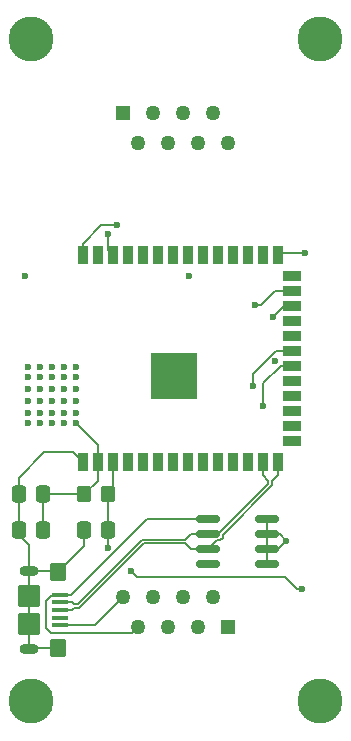
<source format=gtl>
%TF.GenerationSoftware,KiCad,Pcbnew,8.0.1-8.0.1-1~ubuntu22.04.1*%
%TF.CreationDate,2024-04-18T01:12:43-04:00*%
%TF.ProjectId,esp32_rover_devkit,65737033-325f-4726-9f76-65725f646576,rev?*%
%TF.SameCoordinates,Original*%
%TF.FileFunction,Copper,L1,Top*%
%TF.FilePolarity,Positive*%
%FSLAX46Y46*%
G04 Gerber Fmt 4.6, Leading zero omitted, Abs format (unit mm)*
G04 Created by KiCad (PCBNEW 8.0.1-8.0.1-1~ubuntu22.04.1) date 2024-04-18 01:12:43*
%MOMM*%
%LPD*%
G01*
G04 APERTURE LIST*
G04 Aperture macros list*
%AMRoundRect*
0 Rectangle with rounded corners*
0 $1 Rounding radius*
0 $2 $3 $4 $5 $6 $7 $8 $9 X,Y pos of 4 corners*
0 Add a 4 corners polygon primitive as box body*
4,1,4,$2,$3,$4,$5,$6,$7,$8,$9,$2,$3,0*
0 Add four circle primitives for the rounded corners*
1,1,$1+$1,$2,$3*
1,1,$1+$1,$4,$5*
1,1,$1+$1,$6,$7*
1,1,$1+$1,$8,$9*
0 Add four rect primitives between the rounded corners*
20,1,$1+$1,$2,$3,$4,$5,0*
20,1,$1+$1,$4,$5,$6,$7,0*
20,1,$1+$1,$6,$7,$8,$9,0*
20,1,$1+$1,$8,$9,$2,$3,0*%
G04 Aperture macros list end*
%TA.AperFunction,ComponentPad*%
%ADD10C,2.600000*%
%TD*%
%TA.AperFunction,ConnectorPad*%
%ADD11C,3.800000*%
%TD*%
%TA.AperFunction,SMDPad,CuDef*%
%ADD12RoundRect,0.250000X0.337500X0.475000X-0.337500X0.475000X-0.337500X-0.475000X0.337500X-0.475000X0*%
%TD*%
%TA.AperFunction,SMDPad,CuDef*%
%ADD13RoundRect,0.150000X-0.825000X-0.150000X0.825000X-0.150000X0.825000X0.150000X-0.825000X0.150000X0*%
%TD*%
%TA.AperFunction,SMDPad,CuDef*%
%ADD14RoundRect,0.250000X-0.350000X-0.450000X0.350000X-0.450000X0.350000X0.450000X-0.350000X0.450000X0*%
%TD*%
%TA.AperFunction,SMDPad,CuDef*%
%ADD15R,0.900000X1.500000*%
%TD*%
%TA.AperFunction,SMDPad,CuDef*%
%ADD16R,1.500000X0.900000*%
%TD*%
%TA.AperFunction,SMDPad,CuDef*%
%ADD17R,3.900000X3.900000*%
%TD*%
%TA.AperFunction,SMDPad,CuDef*%
%ADD18RoundRect,0.100000X-0.575000X0.100000X-0.575000X-0.100000X0.575000X-0.100000X0.575000X0.100000X0*%
%TD*%
%TA.AperFunction,ComponentPad*%
%ADD19O,1.600000X0.900000*%
%TD*%
%TA.AperFunction,SMDPad,CuDef*%
%ADD20RoundRect,0.250000X-0.450000X0.550000X-0.450000X-0.550000X0.450000X-0.550000X0.450000X0.550000X0*%
%TD*%
%TA.AperFunction,SMDPad,CuDef*%
%ADD21RoundRect,0.250000X-0.700000X0.700000X-0.700000X-0.700000X0.700000X-0.700000X0.700000X0.700000X0*%
%TD*%
%TA.AperFunction,ComponentPad*%
%ADD22R,1.268000X1.268000*%
%TD*%
%TA.AperFunction,ComponentPad*%
%ADD23C,1.268000*%
%TD*%
%TA.AperFunction,ViaPad*%
%ADD24C,0.600000*%
%TD*%
%TA.AperFunction,Conductor*%
%ADD25C,0.200000*%
%TD*%
%TA.AperFunction,Conductor*%
%ADD26C,0.155814*%
%TD*%
G04 APERTURE END LIST*
D10*
%TO.P,H2,1,1*%
%TO.N,GND*%
X46000000Y-23000000D03*
D11*
X46000000Y-23000000D03*
%TD*%
D10*
%TO.P,H4,1,1*%
%TO.N,GND*%
X46000000Y-79000000D03*
D11*
X46000000Y-79000000D03*
%TD*%
D12*
%TO.P,C2,1*%
%TO.N,+3.3V*%
X22537500Y-61500000D03*
%TO.P,C2,2*%
%TO.N,GND*%
X20462500Y-61500000D03*
%TD*%
%TO.P,C3,1*%
%TO.N,EN_PB*%
X28037500Y-64500000D03*
%TO.P,C3,2*%
%TO.N,GND*%
X25962500Y-64500000D03*
%TD*%
D13*
%TO.P,U5,1*%
%TO.N,+5V*%
X36525000Y-63595000D03*
%TO.P,U5,2*%
%TO.N,USB_N*%
X36525000Y-64865000D03*
%TO.P,U5,3*%
%TO.N,USB_P*%
X36525000Y-66135000D03*
%TO.P,U5,4*%
%TO.N,unconnected-(U5-Pad4)*%
X36525000Y-67405000D03*
%TO.P,U5,5*%
%TO.N,GND*%
X41475000Y-67405000D03*
%TO.P,U5,6*%
X41475000Y-66135000D03*
%TO.P,U5,7*%
X41475000Y-64865000D03*
%TO.P,U5,8*%
X41475000Y-63595000D03*
%TD*%
D12*
%TO.P,C1,1*%
%TO.N,+3.3V*%
X22537500Y-64500000D03*
%TO.P,C1,2*%
%TO.N,GND*%
X20462500Y-64500000D03*
%TD*%
D14*
%TO.P,R1,1*%
%TO.N,+3.3V*%
X26000000Y-61500000D03*
%TO.P,R1,2*%
%TO.N,EN_PB*%
X28000000Y-61500000D03*
%TD*%
D15*
%TO.P,U1,1,GND*%
%TO.N,GND*%
X25880000Y-58750000D03*
%TO.P,U1,2,3V3*%
%TO.N,+3.3V*%
X27150000Y-58750000D03*
%TO.P,U1,3,EN*%
%TO.N,EN_PB*%
X28420000Y-58750000D03*
%TO.P,U1,4,IO4*%
%TO.N,unconnected-(U1-IO4-Pad4)*%
X29690000Y-58750000D03*
%TO.P,U1,5,IO5*%
%TO.N,unconnected-(U1-IO5-Pad5)*%
X30960000Y-58750000D03*
%TO.P,U1,6,IO6*%
%TO.N,unconnected-(U1-IO6-Pad6)*%
X32230000Y-58750000D03*
%TO.P,U1,7,IO7*%
%TO.N,unconnected-(U1-IO7-Pad7)*%
X33500000Y-58750000D03*
%TO.P,U1,8,IO15*%
%TO.N,unconnected-(U1-IO15-Pad8)*%
X34770000Y-58750000D03*
%TO.P,U1,9,IO16*%
%TO.N,unconnected-(U1-IO16-Pad9)*%
X36040000Y-58750000D03*
%TO.P,U1,10,IO17*%
%TO.N,unconnected-(U1-IO17-Pad10)*%
X37310000Y-58750000D03*
%TO.P,U1,11,IO18*%
%TO.N,unconnected-(U1-IO18-Pad11)*%
X38580000Y-58750000D03*
%TO.P,U1,12,IO8*%
%TO.N,unconnected-(U1-IO8-Pad12)*%
X39850000Y-58750000D03*
%TO.P,U1,13,IO19*%
%TO.N,USB_N*%
X41120000Y-58750000D03*
%TO.P,U1,14,IO20*%
%TO.N,USB_P*%
X42390000Y-58750000D03*
D16*
%TO.P,U1,15,IO3*%
%TO.N,unconnected-(U1-IO3-Pad15)*%
X43640000Y-56985000D03*
%TO.P,U1,16,IO46*%
%TO.N,unconnected-(U1-IO46-Pad16)*%
X43640000Y-55715000D03*
%TO.P,U1,17,IO9*%
%TO.N,SDA*%
X43640000Y-54445000D03*
%TO.P,U1,18,IO10*%
%TO.N,unconnected-(U1-IO10-Pad18)*%
X43640000Y-53175000D03*
%TO.P,U1,19,IO11*%
%TO.N,unconnected-(U1-IO11-Pad19)*%
X43640000Y-51905000D03*
%TO.P,U1,20,IO12*%
%TO.N,RX1*%
X43640000Y-50635000D03*
%TO.P,U1,21,IO13*%
%TO.N,TX1*%
X43640000Y-49365000D03*
%TO.P,U1,22,IO14*%
%TO.N,unconnected-(U1-IO14-Pad22)*%
X43640000Y-48095000D03*
%TO.P,U1,23,IO21*%
%TO.N,SCL*%
X43640000Y-46825000D03*
%TO.P,U1,24,IO47*%
%TO.N,RXC*%
X43640000Y-45555000D03*
%TO.P,U1,25,IO48*%
%TO.N,TXC*%
X43640000Y-44285000D03*
%TO.P,U1,26,IO45*%
%TO.N,unconnected-(U1-IO45-Pad26)*%
X43640000Y-43015000D03*
D15*
%TO.P,U1,27,IO0*%
%TO.N,GPIO_0*%
X42390000Y-41250000D03*
%TO.P,U1,28,IO35*%
%TO.N,unconnected-(U1-IO35-Pad28)*%
X41120000Y-41250000D03*
%TO.P,U1,29,IO36*%
%TO.N,unconnected-(U1-IO36-Pad29)*%
X39850000Y-41250000D03*
%TO.P,U1,30,IO37*%
%TO.N,unconnected-(U1-IO37-Pad30)*%
X38580000Y-41250000D03*
%TO.P,U1,31,IO38*%
%TO.N,unconnected-(U1-IO38-Pad31)*%
X37310000Y-41250000D03*
%TO.P,U1,32,IO39*%
%TO.N,unconnected-(U1-IO39-Pad32)*%
X36040000Y-41250000D03*
%TO.P,U1,33,IO40*%
%TO.N,unconnected-(U1-IO40-Pad33)*%
X34770000Y-41250000D03*
%TO.P,U1,34,IO41*%
%TO.N,unconnected-(U1-IO41-Pad34)*%
X33500000Y-41250000D03*
%TO.P,U1,35,IO42*%
%TO.N,unconnected-(U1-IO42-Pad35)*%
X32230000Y-41250000D03*
%TO.P,U1,36,RXD0*%
%TO.N,unconnected-(U1-RXD0-Pad36)*%
X30960000Y-41250000D03*
%TO.P,U1,37,TXD0*%
%TO.N,unconnected-(U1-TXD0-Pad37)*%
X29690000Y-41250000D03*
%TO.P,U1,38,IO2*%
%TO.N,LED_BUILDIN*%
X28420000Y-41250000D03*
%TO.P,U1,39,IO1*%
%TO.N,unconnected-(U1-IO1-Pad39)*%
X27150000Y-41250000D03*
%TO.P,U1,40,GND*%
%TO.N,GND*%
X25880000Y-41250000D03*
D17*
%TO.P,U1,41,GND*%
X33600000Y-51500000D03*
%TD*%
D10*
%TO.P,H3,1,1*%
%TO.N,GND*%
X21500000Y-79000000D03*
D11*
X21500000Y-79000000D03*
%TD*%
D10*
%TO.P,H1,1,1*%
%TO.N,GND*%
X21500000Y-23000000D03*
D11*
X21500000Y-23000000D03*
%TD*%
D18*
%TO.P,J1,1,VBUS*%
%TO.N,+5V*%
X24000000Y-70000000D03*
%TO.P,J1,2,D-*%
%TO.N,USB_N*%
X24000000Y-70650000D03*
%TO.P,J1,3,D+*%
%TO.N,USB_P*%
X24000000Y-71300000D03*
%TO.P,J1,4,ID*%
%TO.N,unconnected-(J1-ID-Pad4)*%
X24000000Y-71950000D03*
%TO.P,J1,5,GND*%
%TO.N,GND*%
X24000000Y-72600000D03*
D19*
%TO.P,J1,6,Shield*%
X21325000Y-68000000D03*
D20*
X23775000Y-68100000D03*
D21*
X21325000Y-70100000D03*
X21325000Y-72500000D03*
D20*
X23775000Y-74500000D03*
D19*
X21325000Y-74600000D03*
%TD*%
D22*
%TO.P,J3,1*%
%TO.N,CANH*%
X38229000Y-72770000D03*
D23*
%TO.P,J3,2*%
%TO.N,CANL*%
X36959000Y-70230000D03*
%TO.P,J3,3*%
%TO.N,unconnected-(J3-Pad3)*%
X35689000Y-72770000D03*
%TO.P,J3,4*%
%TO.N,unconnected-(J3-Pad4)*%
X34419000Y-70230000D03*
%TO.P,J3,5*%
%TO.N,unconnected-(J3-Pad5)*%
X33149000Y-72770000D03*
%TO.P,J3,6*%
%TO.N,unconnected-(J3-Pad6)*%
X31879000Y-70230000D03*
%TO.P,J3,7*%
%TO.N,+5V*%
X30609000Y-72770000D03*
%TO.P,J3,8*%
%TO.N,GND*%
X29339000Y-70230000D03*
%TD*%
D22*
%TO.P,J2,1*%
%TO.N,CANH*%
X29339000Y-29230000D03*
D23*
%TO.P,J2,2*%
%TO.N,CANL*%
X30609000Y-31770000D03*
%TO.P,J2,3*%
%TO.N,unconnected-(J2-Pad3)*%
X31879000Y-29230000D03*
%TO.P,J2,4*%
%TO.N,unconnected-(J2-Pad4)*%
X33149000Y-31770000D03*
%TO.P,J2,5*%
%TO.N,unconnected-(J2-Pad5)*%
X34419000Y-29230000D03*
%TO.P,J2,6*%
%TO.N,unconnected-(J2-Pad6)*%
X35689000Y-31770000D03*
%TO.P,J2,7*%
%TO.N,+5V*%
X36959000Y-29230000D03*
%TO.P,J2,8*%
%TO.N,GND*%
X38229000Y-31770000D03*
%TD*%
D24*
%TO.N,GND*%
X34000000Y-52600000D03*
X35000000Y-52600000D03*
X34000000Y-51400000D03*
X33100000Y-51400000D03*
X35000000Y-51400000D03*
X34000000Y-50200000D03*
X35000000Y-50200000D03*
X28800000Y-38700000D03*
%TO.N,TX1*%
X40300000Y-52300000D03*
%TO.N,RX1*%
X41200000Y-54000000D03*
%TO.N,+3.3V*%
X42200000Y-50240000D03*
X21300000Y-55500000D03*
X25300000Y-55500000D03*
X22300000Y-55500000D03*
X23300000Y-55500000D03*
X24300000Y-55500000D03*
X21300000Y-54600000D03*
X25300000Y-54600000D03*
X22300000Y-54600000D03*
X23300000Y-54600000D03*
X24300000Y-54600000D03*
X21300000Y-53600000D03*
X25300000Y-53600000D03*
X22300000Y-53600000D03*
X23300000Y-53600000D03*
X24300000Y-53600000D03*
X21300000Y-52600000D03*
X25300000Y-52600000D03*
X22300000Y-52600000D03*
X23300000Y-52600000D03*
X24300000Y-52600000D03*
X21300000Y-51600000D03*
X25300000Y-51600000D03*
X22300000Y-51600000D03*
X23300000Y-51600000D03*
X24300000Y-51600000D03*
X25300000Y-50700000D03*
X24300000Y-50700000D03*
X23300000Y-50700000D03*
X22300000Y-50700000D03*
X21300000Y-50700000D03*
%TO.N,EN_PB*%
X28037500Y-66037500D03*
%TO.N,GND*%
X34861805Y-43006449D03*
X43122102Y-65429103D03*
%TO.N,+3.3V*%
X21000000Y-43000000D03*
%TO.N,EN_PB*%
X44500000Y-69500000D03*
X30000000Y-68000000D03*
%TO.N,GPIO_0*%
X44700000Y-41100000D03*
%TO.N,LED_BUILDIN*%
X28000000Y-39500000D03*
%TO.N,TXC*%
X40500000Y-45500000D03*
%TO.N,RXC*%
X42000000Y-46500000D03*
%TD*%
D25*
%TO.N,GPIO_0*%
X44700000Y-41100000D02*
X42540000Y-41100000D01*
X42540000Y-41100000D02*
X42390000Y-41250000D01*
%TO.N,+3.3V*%
X27150000Y-58750000D02*
X27150000Y-57350000D01*
X27150000Y-57350000D02*
X25300000Y-55500000D01*
%TO.N,GND*%
X27480000Y-38700000D02*
X28800000Y-38700000D01*
X25880000Y-40300000D02*
X27480000Y-38700000D01*
X25880000Y-41250000D02*
X25880000Y-40300000D01*
%TO.N,TX1*%
X40300000Y-51291471D02*
X40300000Y-52300000D01*
X42226471Y-49365000D02*
X40300000Y-51291471D01*
%TO.N,RX1*%
X41200000Y-52125000D02*
X41200000Y-54000000D01*
X42690000Y-50635000D02*
X41200000Y-52125000D01*
X43640000Y-50635000D02*
X42690000Y-50635000D01*
%TO.N,TX1*%
X43640000Y-49365000D02*
X42226471Y-49365000D01*
%TO.N,GND*%
X42416205Y-66135000D02*
X43122102Y-65429103D01*
X21325000Y-70100000D02*
X21325000Y-68000000D01*
X21325000Y-65825000D02*
X21325000Y-68000000D01*
X26969000Y-72600000D02*
X29339000Y-70230000D01*
X23400000Y-68100000D02*
X23300000Y-68000000D01*
X22640000Y-57950000D02*
X25080000Y-57950000D01*
X25080000Y-57950000D02*
X25880000Y-58750000D01*
X24000000Y-72600000D02*
X26969000Y-72600000D01*
X21425000Y-74500000D02*
X21325000Y-74600000D01*
X23775000Y-74500000D02*
X21425000Y-74500000D01*
X41475000Y-63595000D02*
X41475000Y-64865000D01*
X20462500Y-60127500D02*
X22640000Y-57950000D01*
X23775000Y-68100000D02*
X23400000Y-68100000D01*
X25962500Y-65912500D02*
X23775000Y-68100000D01*
X20462500Y-61500000D02*
X20462500Y-60127500D01*
X41475000Y-64865000D02*
X42557999Y-64865000D01*
X41475000Y-67405000D02*
X41475000Y-66135000D01*
X41475000Y-66135000D02*
X42416205Y-66135000D01*
X41475000Y-66135000D02*
X41475000Y-64865000D01*
X20462500Y-64500000D02*
X20462500Y-64962500D01*
X21325000Y-72500000D02*
X21325000Y-70100000D01*
X20462500Y-64962500D02*
X21325000Y-65825000D01*
X42557999Y-64865000D02*
X43122102Y-65429103D01*
X20462500Y-61500000D02*
X20462500Y-64500000D01*
X25962500Y-64500000D02*
X25962500Y-65912500D01*
X23300000Y-68000000D02*
X21325000Y-68000000D01*
X21325000Y-74600000D02*
X21325000Y-72500000D01*
%TO.N,+3.3V*%
X24500000Y-61500000D02*
X26000000Y-61500000D01*
X26000000Y-61500000D02*
X27150000Y-60350000D01*
X22537500Y-61500000D02*
X24500000Y-61500000D01*
X27150000Y-60350000D02*
X27150000Y-58750000D01*
X22537500Y-64500000D02*
X22537500Y-61500000D01*
%TO.N,EN_PB*%
X28420000Y-61080000D02*
X28420000Y-58750000D01*
X28037500Y-61537500D02*
X28000000Y-61500000D01*
X30500000Y-68500000D02*
X43000000Y-68500000D01*
X30000000Y-68000000D02*
X30500000Y-68500000D01*
X43000000Y-68500000D02*
X44000000Y-69500000D01*
X28037500Y-66037500D02*
X28037500Y-64500000D01*
X28000000Y-61500000D02*
X28420000Y-61080000D01*
X28037500Y-64500000D02*
X28037500Y-61537500D01*
X44000000Y-69500000D02*
X44500000Y-69500000D01*
%TO.N,+5V*%
X24000000Y-70000000D02*
X23325001Y-70000000D01*
X32400000Y-63595000D02*
X32500000Y-63595000D01*
X22752947Y-70572054D02*
X22752947Y-72846980D01*
X31328529Y-63595000D02*
X24923529Y-70000000D01*
X23180465Y-73274498D02*
X30104502Y-73274498D01*
X24923529Y-70000000D02*
X24000000Y-70000000D01*
X32500000Y-63595000D02*
X36525000Y-63595000D01*
X32400000Y-63595000D02*
X31328529Y-63595000D01*
X30104502Y-73274498D02*
X30609000Y-72770000D01*
X23325001Y-70000000D02*
X22752947Y-70572054D01*
X22752947Y-72846980D02*
X23180465Y-73274498D01*
D26*
%TO.N,USB_N*%
X41600893Y-60355894D02*
X41120000Y-59875001D01*
X41600893Y-60623226D02*
X41600893Y-60355894D01*
X35062499Y-64865000D02*
X36525000Y-64865000D01*
X25461165Y-70820893D02*
X30936165Y-65345893D01*
X30936165Y-65345893D02*
X34581606Y-65345893D01*
X25012501Y-70650000D02*
X25183394Y-70820893D01*
X37359119Y-64865000D02*
X41600893Y-60623226D01*
X36525000Y-64865000D02*
X37359119Y-64865000D01*
X41120000Y-59875001D02*
X41120000Y-58750000D01*
X24000000Y-70650000D02*
X25012501Y-70650000D01*
X34581606Y-65345893D02*
X35062499Y-64865000D01*
X25183394Y-70820893D02*
X25461165Y-70820893D01*
%TO.N,USB_P*%
X41909107Y-60750893D02*
X41909107Y-60355894D01*
X37264693Y-65395307D02*
X37511685Y-65395307D01*
X37511685Y-65395307D02*
X37730307Y-65176685D01*
X36525000Y-66135000D02*
X37264693Y-65395307D01*
X25183394Y-71129107D02*
X25588835Y-71129107D01*
X37730307Y-64929693D02*
X41909107Y-60750893D01*
X37730307Y-65176685D02*
X37730307Y-64929693D01*
X24000000Y-71300000D02*
X25012501Y-71300000D01*
X34581606Y-65654107D02*
X35062499Y-66135000D01*
X42390000Y-59875001D02*
X42390000Y-58750000D01*
X35062499Y-66135000D02*
X36525000Y-66135000D01*
X31063835Y-65654107D02*
X34581606Y-65654107D01*
X41909107Y-60355894D02*
X42390000Y-59875001D01*
X25012501Y-71300000D02*
X25183394Y-71129107D01*
X25588835Y-71129107D02*
X31063835Y-65654107D01*
D25*
%TO.N,LED_BUILDIN*%
X28000000Y-40830000D02*
X28420000Y-41250000D01*
X28000000Y-39500000D02*
X28000000Y-40830000D01*
%TO.N,TXC*%
X42215000Y-44285000D02*
X41000000Y-45500000D01*
X41000000Y-45500000D02*
X40500000Y-45500000D01*
X43640000Y-44285000D02*
X42215000Y-44285000D01*
%TO.N,RXC*%
X42945000Y-45555000D02*
X42000000Y-46500000D01*
X43640000Y-45555000D02*
X42945000Y-45555000D01*
%TO.N,SDA*%
X43640000Y-54445000D02*
X44170000Y-54445000D01*
%TD*%
M02*

</source>
